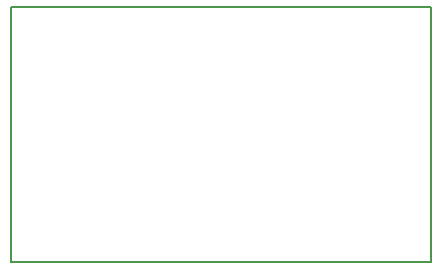
<source format=gbr>
G04 #@! TF.FileFunction,Profile,NP*
%FSLAX46Y46*%
G04 Gerber Fmt 4.6, Leading zero omitted, Abs format (unit mm)*
G04 Created by KiCad (PCBNEW 0.201602201416+6573~42~ubuntu14.04.1-product) date mer. 24 févr. 2016 22:26:07 CET*
%MOMM*%
G01*
G04 APERTURE LIST*
%ADD10C,0.100000*%
%ADD11C,0.150000*%
G04 APERTURE END LIST*
D10*
D11*
X157480000Y-99060000D02*
X157480000Y-77470000D01*
X193040000Y-99060000D02*
X157480000Y-99060000D01*
X193040000Y-77470000D02*
X193040000Y-99060000D01*
X157480000Y-77470000D02*
X193040000Y-77470000D01*
M02*

</source>
